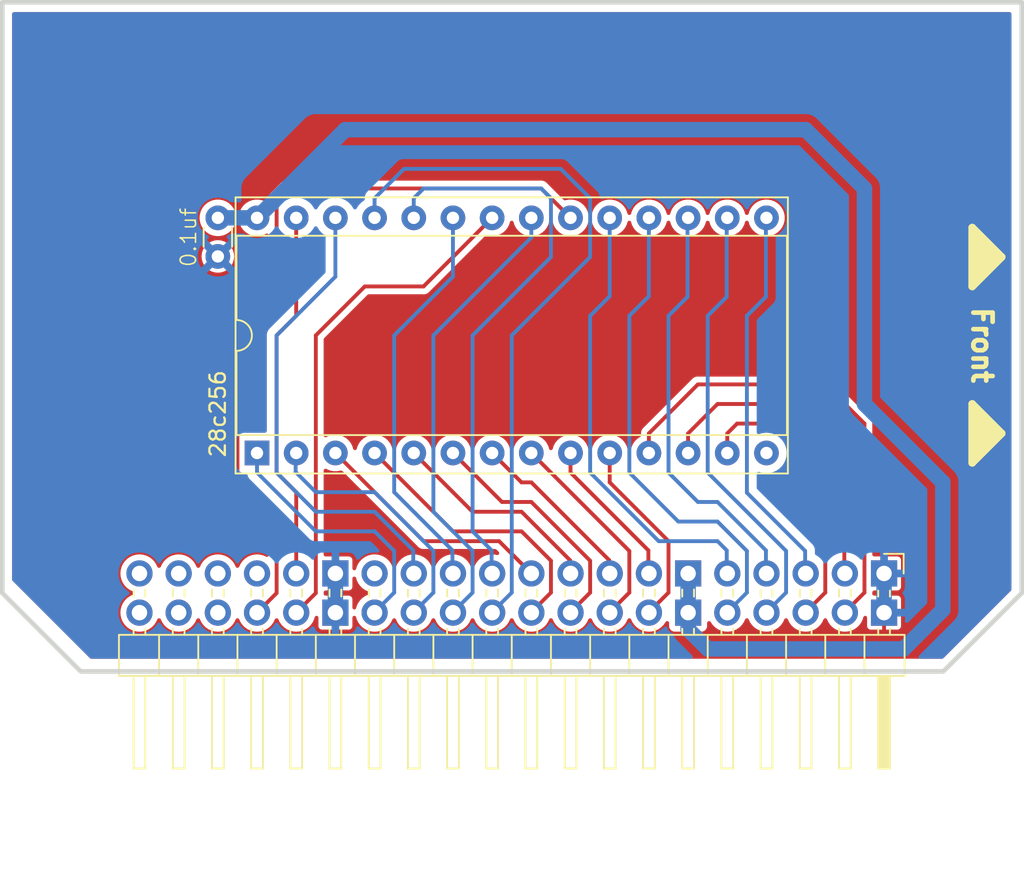
<source format=kicad_pcb>
(kicad_pcb (version 20221018) (generator pcbnew)
  (layers (0 "F.Cu" signal) (31 "B.Cu" signal) (34 "B.Paste" user) (35 "F.Paste" user) (36 "B.SilkS" user "B.Silkscreen") (37 "F.SilkS" user "F.Silkscreen") (38 "B.Mask" user) (39 "F.Mask" user) (44 "Edge.Cuts" user))
  (net 0 "")
  (net 1 "GND")
  (net 2 "+5")
  (footprint "Package_DIP:DIP-28_W15.24mm_Socket" (layer "F.Cu") (at 384.17246 294.64 90)
    (fp_text reference "28c256" (at 2.54 -2.54 90) (layer "F.SilkS"))
    (fp_text value "DIP-28_W15.24mm_Socket")
    (fp_line (start -1.33 -1.39) (end -1.33 34.41) (stroke (width 0.12)) (layer "F.SilkS"))
    (fp_line (start -1.33 34.41) (end 16.57 34.41) (stroke (width 0.12)) (layer "F.SilkS"))
    (fp_line (start 1.16 -1.33) (end 1.16 34.35) (stroke (width 0.12)) (layer "F.SilkS"))
    (fp_line (start 1.16 34.35) (end 14.08 34.35) (stroke (width 0.12)) (layer "F.SilkS"))
    (fp_line (start 6.62 -1.33) (end 1.16 -1.33) (stroke (width 0.12)) (layer "F.SilkS"))
    (fp_line (start 14.08 -1.33) (end 8.62 -1.33) (stroke (width 0.12)) (layer "F.SilkS"))
    (fp_line (start 14.08 34.35) (end 14.08 -1.33) (stroke (width 0.12)) (layer "F.SilkS"))
    (fp_line (start 16.57 -1.39) (end -1.33 -1.39) (stroke (width 0.12)) (layer "F.SilkS"))
    (fp_line (start 16.57 34.41) (end 16.57 -1.39) (stroke (width 0.12)) (layer "F.SilkS"))
    (fp_arc (start 8.62 -1.33) (mid 7.62 -0.33) (end 6.62 -1.33) (stroke (width 0.12)) (layer "F.SilkS"))
    (pad "1" thru_hole rect (at 0 0 90) (size 1.6 1.6) (drill 0.8) (layers "*.Cu" "*.Mask"))
    (pad "2" thru_hole oval (at 0 2.54 90) (size 1.6 1.6) (drill 0.8) (layers "*.Cu" "*.Mask"))
    (pad "3" thru_hole oval (at 0 5.08 90) (size 1.6 1.6) (drill 0.8) (layers "*.Cu" "*.Mask"))
    (pad "4" thru_hole oval (at 0 7.62 90) (size 1.6 1.6) (drill 0.8) (layers "*.Cu" "*.Mask"))
    (pad "5" thru_hole oval (at 0 10.16 90) (size 1.6 1.6) (drill 0.8) (layers "*.Cu" "*.Mask"))
    (pad "6" thru_hole oval (at 0 12.7 90) (size 1.6 1.6) (drill 0.8) (layers "*.Cu" "*.Mask"))
    (pad "7" thru_hole oval (at 0 15.24 90) (size 1.6 1.6) (drill 0.8) (layers "*.Cu" "*.Mask"))
    (pad "8" thru_hole oval (at 0 17.78 90) (size 1.6 1.6) (drill 0.8) (layers "*.Cu" "*.Mask"))
    (pad "9" thru_hole oval (at 0 20.32 90) (size 1.6 1.6) (drill 0.8) (layers "*.Cu" "*.Mask"))
    (pad "10" thru_hole oval (at 0 22.86 90) (size 1.6 1.6) (drill 0.8) (layers "*.Cu" "*.Mask"))
    (pad "11" thru_hole oval (at 0 25.4 90) (size 1.6 1.6) (drill 0.8) (layers "*.Cu" "*.Mask"))
    (pad "12" thru_hole oval (at 0 27.94 90) (size 1.6 1.6) (drill 0.8) (layers "*.Cu" "*.Mask"))
    (pad "13" thru_hole oval (at 0 30.48 90) (size 1.6 1.6) (drill 0.8) (layers "*.Cu" "*.Mask"))
    (pad "14" thru_hole oval (at 0 33.02 90) (size 1.6 1.6) (drill 0.8) (layers "*.Cu" "*.Mask"))
    (pad "15" thru_hole oval (at 15.24 33.02 90) (size 1.6 1.6) (drill 0.8) (layers "*.Cu" "*.Mask"))
    (pad "16" thru_hole oval (at 15.24 30.48 90) (size 1.6 1.6) (drill 0.8) (layers "*.Cu" "*.Mask"))
    (pad "17" thru_hole oval (at 15.24 27.94 90) (size 1.6 1.6) (drill 0.8) (layers "*.Cu" "*.Mask"))
    (pad "18" thru_hole oval (at 15.24 25.4 90) (size 1.6 1.6) (drill 0.8) (layers "*.Cu" "*.Mask"))
    (pad "19" thru_hole oval (at 15.24 22.86 90) (size 1.6 1.6) (drill 0.8) (layers "*.Cu" "*.Mask"))
    (pad "20" thru_hole oval (at 15.24 20.32 90) (size 1.6 1.6) (drill 0.8) (layers "*.Cu" "*.Mask"))
    (pad "21" thru_hole oval (at 15.24 17.78 90) (size 1.6 1.6) (drill 0.8) (layers "*.Cu" "*.Mask"))
    (pad "22" thru_hole oval (at 15.24 15.24 90) (size 1.6 1.6) (drill 0.8) (layers "*.Cu" "*.Mask"))
    (pad "23" thru_hole oval (at 15.24 12.7 90) (size 1.6 1.6) (drill 0.8) (layers "*.Cu" "*.Mask"))
    (pad "24" thru_hole oval (at 15.24 10.16 90) (size 1.6 1.6) (drill 0.8) (layers "*.Cu" "*.Mask"))
    (pad "25" thru_hole oval (at 15.24 7.62 90) (size 1.6 1.6) (drill 0.8) (layers "*.Cu" "*.Mask"))
    (pad "26" thru_hole oval (at 15.24 5.08 90) (size 1.6 1.6) (drill 0.8) (layers "*.Cu" "*.Mask"))
    (pad "27" thru_hole oval (at 15.24 2.54 90) (size 1.6 1.6) (drill 0.8) (layers "*.Cu" "*.Mask"))
    (pad "28" thru_hole oval (at 15.24 0 90) (size 1.6 1.6) (drill 0.8) (layers "*.Cu" "*.Mask") (net 2 "+5"))
  )
  (footprint "Connector_PinHeader_2.54mm:PinHeader_2x20_P2.54mm_Horizontal" (layer "F.Cu") (at 424.815 302.44796 -90)
    (fp_text reference "20pin conn." hide)
    (fp_text value "PinHeader_2x20_P2.54mm_Horizontal")
    (fp_line (start -1.27 -1.27) (end 0 -1.27) (stroke (width 0.12)) (layer "F.SilkS"))
    (fp_line (start -1.27 0) (end -1.27 -1.27) (stroke (width 0.12)) (layer "F.SilkS"))
    (fp_line (start 1.042929 2.16) (end 1.497071 2.16) (stroke (width 0.12)) (layer "F.SilkS"))
    (fp_line (start 1.042929 2.92) (end 1.497071 2.92) (stroke (width 0.12)) (layer "F.SilkS"))
    (fp_line (start 1.042929 4.7) (end 1.497071 4.7) (stroke (width 0.12)) (layer "F.SilkS"))
    (fp_line (start 1.042929 5.46) (end 1.497071 5.46) (stroke (width 0.12)) (layer "F.SilkS"))
    (fp_line (start 1.042929 7.24) (end 1.497071 7.24) (stroke (width 0.12)) (layer "F.SilkS"))
    (fp_line (start 1.042929 8) (end 1.497071 8) (stroke (width 0.12)) (layer "F.SilkS"))
    (fp_line (start 1.042929 9.78) (end 1.497071 9.78) (stroke (width 0.12)) (layer "F.SilkS"))
    (fp_line (start 1.042929 10.54) (end 1.497071 10.54) (stroke (width 0.12)) (layer "F.SilkS"))
    (fp_line (start 1.042929 12.32) (end 1.497071 12.32) (stroke (width 0.12)) (layer "F.SilkS"))
    (fp_line (start 1.042929 13.08) (end 1.497071 13.08) (stroke (width 0.12)) (layer "F.SilkS"))
    (fp_line (start 1.042929 14.86) (end 1.497071 14.86) (stroke (width 0.12)) (layer "F.SilkS"))
    (fp_line (start 1.042929 15.62) (end 1.497071 15.62) (stroke (width 0.12)) (layer "F.SilkS"))
    (fp_line (start 1.042929 17.4) (end 1.497071 17.4) (stroke (width 0.12)) (layer "F.SilkS"))
    (fp_line (start 1.042929 18.16) (end 1.497071 18.16) (stroke (width 0.12)) (layer "F.SilkS"))
    (fp_line (start 1.042929 19.94) (end 1.497071 19.94) (stroke (width 0.12)) (layer "F.SilkS"))
    (fp_line (start 1.042929 20.7) (end 1.497071 20.7) (stroke (width 0.12)) (layer "F.SilkS"))
    (fp_line (start 1.042929 22.48) (end 1.497071 22.48) (stroke (width 0.12)) (layer "F.SilkS"))
    (fp_line (start 1.042929 23.24) (end 1.497071 23.24) (stroke (width 0.12)) (layer "F.SilkS"))
    (fp_line (start 1.042929 25.02) (end 1.497071 25.02) (stroke (width 0.12)) (layer "F.SilkS"))
    (fp_line (start 1.042929 25.78) (end 1.497071 25.78) (stroke (width 0.12)) (layer "F.SilkS"))
    (fp_line (start 1.042929 27.56) (end 1.497071 27.56) (stroke (width 0.12)) (layer "F.SilkS"))
    (fp_line (start 1.042929 28.32) (end 1.497071 28.32) (stroke (width 0.12)) (layer "F.SilkS"))
    (fp_line (start 1.042929 30.1) (end 1.497071 30.1) (stroke (width 0.12)) (layer "F.SilkS"))
    (fp_line (start 1.042929 30.86) (end 1.497071 30.86) (stroke (width 0.12)) (layer "F.SilkS"))
    (fp_line (start 1.042929 32.64) (end 1.497071 32.64) (stroke (width 0.12)) (layer "F.SilkS"))
    (fp_line (start 1.042929 33.4) (end 1.497071 33.4) (stroke (width 0.12)) (layer "F.SilkS"))
    (fp_line (start 1.042929 35.18) (end 1.497071 35.18) (stroke (width 0.12)) (layer "F.SilkS"))
    (fp_line (start 1.042929 35.94) (end 1.497071 35.94) (stroke (width 0.12)) (layer "F.SilkS"))
    (fp_line (start 1.042929 37.72) (end 1.497071 37.72) (stroke (width 0.12)) (layer "F.SilkS"))
    (fp_line (start 1.042929 38.48) (end 1.497071 38.48) (stroke (width 0.12)) (layer "F.SilkS"))
    (fp_line (start 1.042929 40.26) (end 1.497071 40.26) (stroke (width 0.12)) (layer "F.SilkS"))
    (fp_line (start 1.042929 41.02) (end 1.497071 41.02) (stroke (width 0.12)) (layer "F.SilkS"))
    (fp_line (start 1.042929 42.8) (end 1.497071 42.8) (stroke (width 0.12)) (layer "F.SilkS"))
    (fp_line (start 1.042929 43.56) (end 1.497071 43.56) (stroke (width 0.12)) (layer "F.SilkS"))
    (fp_line (start 1.042929 45.34) (end 1.497071 45.34) (stroke (width 0.12)) (layer "F.SilkS"))
    (fp_line (start 1.042929 46.1) (end 1.497071 46.1) (stroke (width 0.12)) (layer "F.SilkS"))
    (fp_line (start 1.042929 47.88) (end 1.497071 47.88) (stroke (width 0.12)) (layer "F.SilkS"))
    (fp_line (start 1.042929 48.64) (end 1.497071 48.64) (stroke (width 0.12)) (layer "F.SilkS"))
    (fp_line (start 1.11 -0.38) (end 1.497071 -0.38) (stroke (width 0.12)) (layer "F.SilkS"))
    (fp_line (start 1.11 0.38) (end 1.497071 0.38) (stroke (width 0.12)) (layer "F.SilkS"))
    (fp_line (start 3.582929 -0.38) (end 3.98 -0.38) (stroke (width 0.12)) (layer "F.SilkS"))
    (fp_line (start 3.582929 0.38) (end 3.98 0.38) (stroke (width 0.12)) (layer "F.SilkS"))
    (fp_line (start 3.582929 2.16) (end 3.98 2.16) (stroke (width 0.12)) (layer "F.SilkS"))
    (fp_line (start 3.582929 2.92) (end 3.98 2.92) (stroke (width 0.12)) (layer "F.SilkS"))
    (fp_line (start 3.582929 4.7) (end 3.98 4.7) (stroke (width 0.12)) (layer "F.SilkS"))
    (fp_line (start 3.582929 5.46) (end 3.98 5.46) (stroke (width 0.12)) (layer "F.SilkS"))
    (fp_line (start 3.582929 7.24) (end 3.98 7.24) (stroke (width 0.12)) (layer "F.SilkS"))
    (fp_line (start 3.582929 8) (end 3.98 8) (stroke (width 0.12)) (layer "F.SilkS"))
    (fp_line (start 3.582929 9.78) (end 3.98 9.78) (stroke (width 0.12)) (layer "F.SilkS"))
    (fp_line (start 3.582929 10.54) (end 3.98 10.54) (stroke (width 0.12)) (layer "F.SilkS"))
    (fp_line (start 3.582929 12.32) (end 3.98 12.32) (stroke (width 0.12)) (layer "F.SilkS"))
    (fp_line (start 3.582929 13.08) (end 3.98 13.08) (stroke (width 0.12)) (layer "F.SilkS"))
    (fp_line (start 3.582929 14.86) (end 3.98 14.86) (stroke (width 0.12)) (layer "F.SilkS"))
    (fp_line (start 3.582929 15.62) (end 3.98 15.62) (stroke (width 0.12)) (layer "F.SilkS"))
    (fp_line (start 3.582929 17.4) (end 3.98 17.4) (stroke (width 0.12)) (layer "F.SilkS"))
    (fp_line (start 3.582929 18.16) (end 3.98 18.16) (stroke (width 0.12)) (layer "F.SilkS"))
    (fp_line (start 3.582929 19.94) (end 3.98 19.94) (stroke (width 0.12)) (layer "F.SilkS"))
    (fp_line (start 3.582929 20.7) (end 3.98 20.7) (stroke (width 0.12)) (layer "F.SilkS"))
    (fp_line (start 3.582929 22.48) (end 3.98 22.48) (stroke (width 0.12)) (layer "F.SilkS"))
    (fp_line (start 3.582929 23.24) (end 3.98 23.24) (stroke (width 0.12)) (layer "F.SilkS"))
    (fp_line (start 3.582929 25.02) (end 3.98 25.02) (stroke (width 0.12)) (layer "F.SilkS"))
    (fp_line (start 3.582929 25.78) (end 3.98 25.78) (stroke (width 0.12)) (layer "F.SilkS"))
    (fp_line (start 3.582929 27.56) (end 3.98 27.56) (stroke (width 0.12)) (layer "F.SilkS"))
    (fp_line (start 3.582929 28.32) (end 3.98 28.32) (stroke (width 0.12)) (layer "F.SilkS"))
    (fp_line (start 3.582929 30.1) (end 3.98 30.1) (stroke (width 0.12)) (layer "F.SilkS"))
    (fp_line (start 3.582929 30.86) (end 3.98 30.86) (stroke (width 0.12)) (layer "F.SilkS"))
    (fp_line (start 3.582929 32.64) (end 3.98 32.64) (stroke (width 0.12)) (layer "F.SilkS"))
    (fp_line (start 3.582929 33.4) (end 3.98 33.4) (stroke (width 0.12)) (layer "F.SilkS"))
    (fp_line (start 3.582929 35.18) (end 3.98 35.18) (stroke (width 0.12)) (layer "F.SilkS"))
    (fp_line (start 3.582929 35.94) (end 3.98 35.94) (stroke (width 0.12)) (layer "F.SilkS"))
    (fp_line (start 3.582929 37.72) (end 3.98 37.72) (stroke (width 0.12)) (layer "F.SilkS"))
    (fp_line (start 3.582929 38.48) (end 3.98 38.48) (stroke (width 0.12)) (layer "F.SilkS"))
    (fp_line (start 3.582929 40.26) (end 3.98 40.26) (stroke (width 0.12)) (layer "F.SilkS"))
    (fp_line (start 3.582929 41.02) (end 3.98 41.02) (stroke (width 0.12)) (layer "F.SilkS"))
    (fp_line (start 3.582929 42.8) (end 3.98 42.8) (stroke (width 0.12)) (layer "F.SilkS"))
    (fp_line (start 3.582929 43.56) (end 3.98 43.56) (stroke (width 0.12)) (layer "F.SilkS"))
    (fp_line (start 3.582929 45.34) (end 3.98 45.34) (stroke (width 0.12)) (layer "F.SilkS"))
    (fp_line (start 3.582929 46.1) (end 3.98 46.1) (stroke (width 0.12)) (layer "F.SilkS"))
    (fp_line (start 3.582929 47.88) (end 3.98 47.88) (stroke (width 0.12)) (layer "F.SilkS"))
    (fp_line (start 3.582929 48.64) (end 3.98 48.64) (stroke (width 0.12)) (layer "F.SilkS"))
    (fp_line (start 3.98 -1.33) (end 3.98 49.59) (stroke (width 0.12)) (layer "F.SilkS"))
    (fp_line (start 3.98 1.27) (end 6.64 1.27) (stroke (width 0.12)) (layer "F.SilkS"))
    (fp_line (start 3.98 3.81) (end 6.64 3.81) (stroke (width 0.12)) (layer "F.SilkS"))
    (fp_line (start 3.98 6.35) (end 6.64 6.35) (stroke (width 0.12)) (layer "F.SilkS"))
    (fp_line (start 3.98 8.89) (end 6.64 8.89) (stroke (width 0.12)) (layer "F.SilkS"))
    (fp_line (start 3.98 11.43) (end 6.64 11.43) (stroke (width 0.12)) (layer "F.SilkS"))
    (fp_line (start 3.98 13.97) (end 6.64 13.97) (stroke (width 0.12)) (layer "F.SilkS"))
    (fp_line (start 3.98 16.51) (end 6.64 16.51) (stroke (width 0.12)) (layer "F.SilkS"))
    (fp_line (start 3.98 19.05) (end 6.64 19.05) (stroke (width 0.12)) (layer "F.SilkS"))
    (fp_line (start 3.98 21.59) (end 6.64 21.59) (stroke (width 0.12)) (layer "F.SilkS"))
    (fp_line (start 3.98 24.13) (end 6.64 24.13) (stroke (width 0.12)) (layer "F.SilkS"))
    (fp_line (start 3.98 26.67) (end 6.64 26.67) (stroke (width 0.12)) (layer "F.SilkS"))
    (fp_line (start 3.98 29.21) (end 6.64 29.21) (stroke (width 0.12)) (layer "F.SilkS"))
    (fp_line (start 3.98 31.75) (end 6.64 31.75) (stroke (width 0.12)) (layer "F.SilkS"))
    (fp_line (start 3.98 34.29) (end 6.64 34.29) (stroke (width 0.12)) (layer "F.SilkS"))
    (fp_line (start 3.98 36.83) (end 6.64 36.83) (stroke (width 0.12)) (layer "F.SilkS"))
    (fp_line (start 3.98 39.37) (end 6.64 39.37) (stroke (width 0.12)) (layer "F.SilkS"))
    (fp_line (start 3.98 41.91) (end 6.64 41.91) (stroke (width 0.12)) (layer "F.SilkS"))
    (fp_line (start 3.98 44.45) (end 6.64 44.45) (stroke (width 0.12)) (layer "F.SilkS"))
    (fp_line (start 3.98 46.99) (end 6.64 46.99) (stroke (width 0.12)) (layer "F.SilkS"))
    (fp_line (start 3.98 49.59) (end 6.64 49.59) (stroke (width 0.12)) (layer "F.SilkS"))
    (fp_line (start 6.64 -1.33) (end 3.98 -1.33) (stroke (width 0.12)) (layer "F.SilkS"))
    (fp_line (start 6.64 -0.38) (end 12.64 -0.38) (stroke (width 0.12)) (layer "F.SilkS"))
    (fp_line (start 6.64 -0.32) (end 12.64 -0.32) (stroke (width 0.12)) (layer "F.SilkS"))
    (fp_line (start 6.64 -0.2) (end 12.64 -0.2) (stroke (width 0.12)) (layer "F.SilkS"))
    (fp_line (start 6.64 -0.08) (end 12.64 -0.08) (stroke (width 0.12)) (layer "F.SilkS"))
    (fp_line (start 6.64 0.04) (end 12.64 0.04) (stroke (width 0.12)) (layer "F.SilkS"))
    (fp_line (start 6.64 0.16) (end 12.64 0.16) (stroke (width 0.12)) (layer "F.SilkS"))
    (fp_line (start 6.64 0.28) (end 12.64 0.28) (stroke (width 0.12)) (layer "F.SilkS"))
    (fp_line (start 6.64 2.16) (end 12.64 2.16) (stroke (width 0.12)) (layer "F.SilkS"))
    (fp_line (start 6.64 4.7) (end 12.64 4.7) (stroke (width 0.12)) (layer "F.SilkS"))
    (fp_line (start 6.64 7.24) (end 12.64 7.24) (stroke (width 0.12)) (layer "F.SilkS"))
    (fp_line (start 6.64 9.78) (end 12.64 9.78) (stroke (width 0.12)) (layer "F.SilkS"))
    (fp_line (start 6.64 12.32) (end 12.64 12.32) (stroke (width 0.12)) (layer "F.SilkS"))
    (fp_line (start 6.64 14.86) (end 12.64 14.86) (stroke (width 0.12)) (layer "F.SilkS"))
    (fp_line (start 6.64 17.4) (end 12.64 17.4) (stroke (width 0.12)) (layer "F.SilkS"))
    (fp_line (start 6.64 19.94) (end 12.64 19.94) (stroke (width 0.12)) (layer "F.SilkS"))
    (fp_line (start 6.64 22.48) (end 12.64 22.48) (stroke (width 0.12)) (layer "F.SilkS"))
    (fp_line (start 6.64 25.02) (end 12.64 25.02) (stroke (width 0.12)) (layer "F.SilkS"))
    (fp_line (start 6.64 27.56) (end 12.64 27.56) (stroke (width 0.12)) (layer "F.SilkS"))
    (fp_line (start 6.64 30.1) (end 12.64 30.1) (stroke (width 0.12)) (layer "F.SilkS"))
    (fp_line (start 6.64 32.64) (end 12.64 32.64) (stroke (width 0.12)) (layer "F.SilkS"))
    (fp_line (start 6.64 35.18) (end 12.64 35.18) (stroke (width 0.12)) (layer "F.SilkS"))
    (fp_line (start 6.64 37.72) (end 12.64 37.72) (stroke (width 0.12)) (layer "F.SilkS"))
    (fp_line (start 6.64 40.26) (end 12.64 40.26) (stroke (width 0.12)) (layer "F.SilkS"))
    (fp_line (start 6.64 42.8) (end 12.64 42.8) (stroke (width 0.12)) (layer "F.SilkS"))
    (fp_line (start 6.64 45.34) (end 12.64 45.34) (stroke (width 0.12)) (layer "F.SilkS"))
    (fp_line (start 6.64 47.88) (end 12.64 47.88) (stroke (width 0.12)) (layer "F.SilkS"))
    (fp_line (start 6.64 49.59) (end 6.64 -1.33) (stroke (width 0.12)) (layer "F.SilkS"))
    (fp_line (start 12.64 -0.38) (end 12.64 0.38) (stroke (width 0.12)) (layer "F.SilkS"))
    (fp_line (start 12.64 0.38) (end 6.64 0.38) (stroke (width 0.12)) (layer "F.SilkS"))
    (fp_line (start 12.64 2.16) (end 12.64 2.92) (stroke (width 0.12)) (layer "F.SilkS"))
    (fp_line (start 12.64 2.92) (end 6.64 2.92) (stroke (width 0.12)) (layer "F.SilkS"))
    (fp_line (start 12.64 4.7) (end 12.64 5.46) (stroke (width 0.12)) (layer "F.SilkS"))
    (fp_line (start 12.64 5.46) (end 6.64 5.46) (stroke (width 0.12)) (layer "F.SilkS"))
    (fp_line (start 12.64 7.24) (end 12.64 8) (stroke (width 0.12)) (layer "F.SilkS"))
    (fp_line (start 12.64 8) (end 6.64 8) (stroke (width 0.12)) (layer "F.SilkS"))
    (fp_line (start 12.64 9.78) (end 12.64 10.54) (stroke (width 0.12)) (layer "F.SilkS"))
    (fp_line (start 12.64 10.54) (end 6.64 10.54) (stroke (width 0.12)) (layer "F.SilkS"))
    (fp_line (start 12.64 12.32) (end 12.64 13.08) (stroke (width 0.12)) (layer "F.SilkS"))
    (fp_line (start 12.64 13.08) (end 6.64 13.08) (stroke (width 0.12)) (layer "F.SilkS"))
    (fp_line (start 12.64 14.86) (end 12.64 15.62) (stroke (width 0.12)) (layer "F.SilkS"))
    (fp_line (start 12.64 15.62) (end 6.64 15.62) (stroke (width 0.12)) (layer "F.SilkS"))
    (fp_line (start 12.64 17.4) (end 12.64 18.16) (stroke (width 0.12)) (layer "F.SilkS"))
    (fp_line (start 12.64 18.16) (end 6.64 18.16) (stroke (width 0.12)) (layer "F.SilkS"))
    (fp_line (start 12.64 19.94) (end 12.64 20.7) (stroke (width 0.12)) (layer "F.SilkS"))
    (fp_line (start 12.64 20.7) (end 6.64 20.7) (stroke (width 0.12)) (layer "F.SilkS"))
    (fp_line (start 12.64 22.48) (end 12.64 23.24) (stroke (width 0.12)) (layer "F.SilkS"))
    (fp_line (start 12.64 23.24) (end 6.64 23.24) (stroke (width 0.12)) (layer "F.SilkS"))
    (fp_line (start 12.64 25.02) (end 12.64 25.78) (stroke (width 0.12)) (layer "F.SilkS"))
    (fp_line (start 12.64 25.78) (end 6.64 25.78) (stroke (width 0.12)) (layer "F.SilkS"))
    (fp_line (start 12.64 27.56) (end 12.64 28.32) (stroke (width 0.12)) (layer "F.SilkS"))
    (fp_line (start 12.64 28.32) (end 6.64 28.32) (stroke (width 0.12)) (layer "F.SilkS"))
    (fp_line (start 12.64 30.1) (end 12.64 30.86) (stroke (width 0.12)) (layer "F.SilkS"))
    (fp_line (start 12.64 30.86) (end 6.64 30.86) (stroke (width 0.12)) (layer "F.SilkS"))
    (fp_line (start 12.64 32.64) (end 12.64 33.4) (stroke (width 0.12)) (layer "F.SilkS"))
    (fp_line (start 12.64 33.4) (end 6.64 33.4) (stroke (width 0.12)) (layer "F.SilkS"))
    (fp_line (start 12.64 35.18) (end 12.64 35.94) (stroke (width 0.12)) (layer "F.SilkS"))
    (fp_line (start 12.64 35.94) (end 6.64 35.94) (stroke (width 0.12)) (layer "F.SilkS"))
    (fp_line (start 12.64 37.72) (end 12.64 38.48) (stroke (width 0.12)) (layer "F.SilkS"))
    (fp_line (start 12.64 38.48) (end 6.64 38.48) (stroke (width 0.12)) (layer "F.SilkS"))
    (fp_line (start 12.64 40.26) (end 12.64 41.02) (stroke (width 0.12)) (layer "F.SilkS"))
    (fp_line (start 12.64 41.02) (end 6.64 41.02) (stroke (width 0.12)) (layer "F.SilkS"))
    (fp_line (start 12.64 42.8) (end 12.64 43.56) (stroke (width 0.12)) (layer "F.SilkS"))
    (fp_line (start 12.64 43.56) (end 6.64 43.56) (stroke (width 0.12)) (layer "F.SilkS"))
    (fp_line (start 12.64 45.34) (end 12.64 46.1) (stroke (width 0.12)) (layer "F.SilkS"))
    (fp_line (start 12.64 46.1) (end 6.64 46.1) (stroke (width 0.12)) (layer "F.SilkS"))
    (fp_line (start 12.64 47.88) (end 12.64 48.64) (stroke (width 0.12)) (layer "F.SilkS"))
    (fp_line (start 12.64 48.64) (end 6.64 48.64) (stroke (width 0.12)) (layer "F.SilkS"))
    (pad "1" thru_hole rect locked (at 0 0 270) (size 1.7 1.7) (drill 1) (layers "*.Cu" "*.Mask") (net 1 "GND"))
    (pad "2" thru_hole rect locked (at 2.54 0 270) (size 1.7 1.7) (drill 1) (layers "*.Cu" "*.Mask") (net 1 "GND"))
    (pad "3" thru_hole oval locked (at 0 2.54 270) (size 1.7 1.7) (drill 1) (layers "*.Cu" "*.Mask"))
    (pad "4" thru_hole oval locked (at 2.54 2.54 270) (size 1.7 1.7) (drill 1) (layers "*.Cu" "*.Mask"))
    (pad "5" thru_hole oval locked (at 0 5.08 270) (size 1.7 1.7) (drill 1) (layers "*.Cu" "*.Mask"))
    (pad "6" thru_hole oval locked (at 2.54 5.08 270) (size 1.7 1.7) (drill 1) (layers "*.Cu" "*.Mask"))
    (pad "7" thru_hole oval locked (at 0 7.62 270) (size 1.7 1.7) (drill 1) (layers "*.Cu" "*.Mask"))
    (pad "8" thru_hole oval locked (at 2.54 7.62 270) (size 1.7 1.7) (drill 1) (layers "*.Cu" "*.Mask"))
    (pad "9" thru_hole oval locked (at 0 10.16 270) (size 1.7 1.7) (drill 1) (layers "*.Cu" "*.Mask"))
    (pad "10" thru_hole oval locked (at 2.54 10.16 270) (size 1.7 1.7) (drill 1) (layers "*.Cu" "*.Mask"))
    (pad "11" thru_hole rect locked (at 0 12.7 270) (size 1.7 1.7) (drill 1) (layers "*.Cu" "*.Mask") (net 2 "+5"))
    (pad "12" thru_hole rect locked (at 2.54 12.7 270) (size 1.7 1.7) (drill 1) (layers "*.Cu" "*.Mask") (net 2 "+5"))
    (pad "13" thru_hole oval locked (at 0 15.24 270) (size 1.7 1.7) (drill 1) (layers "*.Cu" "*.Mask"))
    (pad "14" thru_hole oval locked (at 2.54 15.24 270) (size 1.7 1.7) (drill 1) (layers "*.Cu" "*.Mask"))
    (pad "15" thru_hole oval locked (at 0 17.78 270) (size 1.7 1.7) (drill 1) (layers "*.Cu" "*.Mask"))
    (pad "16" thru_hole oval locked (at 2.54 17.78 270) (size 1.7 1.7) (drill 1) (layers "*.Cu" "*.Mask"))
    (pad "17" thru_hole oval locked (at 0 20.32 270) (size 1.7 1.7) (drill 1) (layers "*.Cu" "*.Mask"))
    (pad "18" thru_hole oval locked (at 2.54 20.32 270) (size 1.7 1.7) (drill 1) (layers "*.Cu" "*.Mask"))
    (pad "19" thru_hole oval locked (at 0 22.86 270) (size 1.7 1.7) (drill 1) (layers "*.Cu" "*.Mask"))
    (pad "20" thru_hole oval locked (at 2.54 22.86 270) (size 1.7 1.7) (drill 1) (layers "*.Cu" "*.Mask"))
    (pad "21" thru_hole oval locked (at 0 25.4 270) (size 1.7 1.7) (drill 1) (layers "*.Cu" "*.Mask"))
    (pad "22" thru_hole oval locked (at 2.54 25.4 270) (size 1.7 1.7) (drill 1) (layers "*.Cu" "*.Mask"))
    (pad "23" thru_hole oval locked (at 0 27.94 270) (size 1.7 1.7) (drill 1) (layers "*.Cu" "*.Mask"))
    (pad "24" thru_hole oval locked (at 2.54 27.94 270) (size 1.7 1.7) (drill 1) (layers "*.Cu" "*.Mask"))
    (pad "25" thru_hole oval locked (at 0 30.48 270) (size 1.7 1.7) (drill 1) (layers "*.Cu" "*.Mask"))
    (pad "26" thru_hole oval locked (at 2.54 30.48 270) (size 1.7 1.7) (drill 1) (layers "*.Cu" "*.Mask"))
    (pad "27" thru_hole oval locked (at 0 33.02 270) (size 1.7 1.7) (drill 1) (layers "*.Cu" "*.Mask"))
    (pad "28" thru_hole oval locked (at 2.54 33.02 270) (size 1.7 1.7) (drill 1) (layers "*.Cu" "*.Mask"))
    (pad "29" thru_hole rect locked (at 0 35.56 270) (size 1.7 1.7) (drill 1) (layers "*.Cu" "*.Mask") (net 1 "GND"))
    (pad "30" thru_hole rect locked (at 2.54 35.56 270) (size 1.7 1.7) (drill 1) (layers "*.Cu" "*.Mask") (net 1 "GND"))
    (pad "31" thru_hole oval locked (at 0 38.1 270) (size 1.7 1.7) (drill 1) (layers "*.Cu" "*.Mask"))
    (pad "32" thru_hole oval locked (at 2.54 38.1 270) (size 1.7 1.7) (drill 1) (layers "*.Cu" "*.Mask"))
    (pad "33" thru_hole oval locked (at 0 40.64 270) (size 1.7 1.7) (drill 1) (layers "*.Cu" "*.Mask"))
    (pad "34" thru_hole oval locked (at 2.54 40.64 270) (size 1.7 1.7) (drill 1) (layers "*.Cu" "*.Mask"))
    (pad "35" thru_hole oval locked (at 0 43.18 270) (size 1.7 1.7) (drill 1) (layers "*.Cu" "*.Mask"))
    (pad "36" thru_hole oval locked (at 2.54 43.18 270) (size 1.7 1.7) (drill 1) (layers "*.Cu" "*.Mask"))
    (pad "37" thru_hole oval locked (at 0 45.72 270) (size 1.7 1.7) (drill 1) (layers "*.Cu" "*.Mask"))
    (pad "38" thru_hole oval locked (at 2.54 45.72 270) (size 1.7 1.7) (drill 1) (layers "*.Cu" "*.Mask"))
    (pad "39" thru_hole oval locked (at 0 48.26 270) (size 1.7 1.7) (drill 1) (layers "*.Cu" "*.Mask"))
    (pad "40" thru_hole oval locked (at 2.54 48.26 270) (size 1.7 1.7) (drill 1) (layers "*.Cu" "*.Mask"))
  )
  (footprint "Capacitor_THT:C_Disc_D3.0mm_W1.6mm_P2.50mm" (layer "F.Cu") (at 381.635 279.4 -90)
    (fp_text reference "0.1uf" (at 1.27 1.905 90) (layer "F.SilkS") (effects (font (thickness 0.1))))
    (fp_text value "C_Disc_D3.0mm_W1.6mm_P2.50mm")
    (fp_line (start 0.621 -0.92) (end 1.879 -0.92) (stroke (width 0.12)) (layer "F.SilkS"))
    (fp_line (start 0.621 0.92) (end 1.879 0.92) (stroke (width 0.12)) (layer "F.SilkS"))
    (pad "1" thru_hole circle (at 0 0 270) (size 1.6 1.6) (drill 0.8) (layers "*.Cu" "*.Mask") (net 2 "+5"))
    (pad "2" thru_hole circle (at 2.5 0 270) (size 1.6 1.6) (drill 0.8) (layers "*.Cu" "*.Mask") (net 1 "GND"))
  )
  (gr_line (start 430.53 283.845) (end 432.435 281.94) (stroke (width 0.5)) (layer "F.SilkS"))
  (gr_line (start 431.8 281.559) (end 431.8 282.321) (stroke (width 0.5)) (layer "F.SilkS"))
  (gr_line (start 432.054 281.813) (end 432.054 282.067) (stroke (width 0.5)) (layer "F.SilkS"))
  (gr_line (start 432.054 293.243) (end 432.054 293.497) (stroke (width 0.5)) (layer "F.SilkS"))
  (gr_line (start 431.8 292.989) (end 431.8 293.751) (stroke (width 0.5)) (layer "F.SilkS"))
  (gr_line (start 431.292 292.481) (end 431.292 294.259) (stroke (width 0.5)) (layer "F.SilkS"))
  (gr_line (start 431.546 292.735) (end 431.546 294.005) (stroke (width 0.5)) (layer "F.SilkS"))
  (gr_line (start 430.784 291.973) (end 430.784 294.767) (stroke (width 0.5)) (layer "F.SilkS"))
  (gr_line (start 431.038 292.227) (end 431.038 294.513) (stroke (width 0.5)) (layer "F.SilkS"))
  (gr_line (start 430.53 295.275) (end 432.435 293.37) (stroke (width 0.5)) (layer "F.SilkS"))
  (gr_line (start 430.53 291.465) (end 430.53 295.275) (stroke (width 0.5)) (layer "F.SilkS"))
  (gr_line (start 432.435 293.37) (end 430.53 291.465) (stroke (width 0.5)) (layer "F.SilkS"))
  (gr_line (start 431.546 281.305) (end 431.546 282.575) (stroke (width 0.5)) (layer "F.SilkS"))
  (gr_line (start 430.53 280.035) (end 430.53 283.845) (stroke (width 0.5)) (layer "F.SilkS"))
  (gr_line (start 431.038 280.797) (end 431.038 283.083) (stroke (width 0.5)) (layer "F.SilkS"))
  (gr_line (start 432.435 281.94) (end 430.53 280.035) (stroke (width 0.5)) (layer "F.SilkS"))
  (gr_line (start 431.292 281.051) (end 431.292 282.829) (stroke (width 0.5)) (layer "F.SilkS"))
  (gr_line (start 430.784 280.543) (end 430.784 283.337) (stroke (width 0.5)) (layer "F.SilkS"))
  (gr_line (start 433.74056 303.71796) (end 433.74056 265.43) (stroke (width 0.3)) (layer "Edge.Cuts"))
  (gr_line (start 367.665 303.71796) (end 367.665 265.43) (stroke (width 0.3)) (layer "Edge.Cuts"))
  (gr_line (start 428.66056 308.79796) (end 433.74056 303.71796) (stroke (width 0.3)) (layer "Edge.Cuts"))
  (gr_line (start 372.745 308.79796) (end 428.66056 308.79796) (stroke (width 0.3)) (layer "Edge.Cuts"))
  (gr_line (start 372.745 308.79796) (end 367.665 303.71796) (stroke (width 0.3)) (layer "Edge.Cuts"))
  (gr_line (start 367.665 265.43) (end 433.74056 265.43) (stroke (width 0.3)) (layer "Edge.Cuts"))
  (gr_text "Front" (at 431.165 287.655 -90) (layer "F.SilkS") (effects (font (size 1.25 1.25) (thickness 0.3))))
  (segment (start 400.05 297.815) (end 396.87246 294.63746) (width 0.25) (layer "F.Cu") (net 0))
  (segment (start 405.765 301.625) (end 401.955 297.815) (width 0.25) (layer "F.Cu") (net 0))
  (segment (start 387.985 287.02) (end 391.16 283.845) (width 0.25) (layer "F.Cu") (net 0))
  (segment (start 382.905 287.02) (end 385.445 284.48) (width 0.25) (layer "F.Cu") (net 0))
  (segment (start 421.005 303.68748) (end 421.005 294.005) (width 0.25) (layer "F.Cu") (net 0))
  (segment (start 406.99944 301.58944) (end 401.955 296.545) (width 0.25) (layer "F.Cu") (net 0))
  (segment (start 412.11246 293.37254) (end 412.11246 294.64) (width 0.25) (layer "F.Cu") (net 0))
  (segment (start 421.005 294.005) (end 419.735 292.735) (width 0.25) (layer "F.Cu") (net 0))
  (segment (start 410.845 303.68748) (end 410.845 300.355) (width 0.25) (layer "F.Cu") (net 0))
  (segment (start 402.58746 277.495) (end 404.49246 279.4) (width 0.25) (layer "F.Cu") (net 0))
  (segment (start 414.02 291.465) (end 412.11246 293.37254) (width 0.25) (layer "F.Cu") (net 0))
  (segment (start 401.32 299.72) (end 396.875 299.72) (width 0.25) (layer "F.Cu") (net 0))
  (segment (start 401.91944 302.4124) (end 399.86204 300.355) (width 0.25) (layer "F.Cu") (net 0))
  (segment (start 385.445 295.91) (end 385.445 287.02) (width 0.25) (layer "F.Cu") (net 0))
  (segment (start 422.23944 304.99304) (end 423.545 303.68748) (width 0.25) (layer "F.Cu") (net 0))
  (segment (start 385.445 284.48) (end 385.445 278.13) (width 0.25) (layer "F.Cu") (net 0))
  (segment (start 389.25246 294.63746) (end 389.2169 294.6019) (width 0.25) (layer "F.Cu") (net 0))
  (segment (start 406.99944 302.45304) (end 406.99944 301.58944) (width 0.25) (layer "F.Cu") (net 0))
  (segment (start 385.445 298.45) (end 382.905 295.91) (width 0.25) (layer "F.Cu") (net 0))
  (segment (start 414.65246 293.37254) (end 414.65246 294.64) (width 0.25) (layer "F.Cu") (net 0))
  (segment (start 382.905 295.91) (end 382.905 287.02) (width 0.25) (layer "F.Cu") (net 0))
  (segment (start 385.445 278.13) (end 386.08 277.495) (width 0.25) (layer "F.Cu") (net 0))
  (segment (start 385.445 303.71796) (end 385.445 298.45) (width 0.25) (layer "F.Cu") (net 0))
  (segment (start 401.31746 296.545) (end 399.41246 294.64) (width 0.25) (layer "F.Cu") (net 0))
  (segment (start 399.86204 300.355) (end 394.97 300.355) (width 0.25) (layer "F.Cu") (net 0))
  (segment (start 404.45944 301.58944) (end 401.32 298.45) (width 0.25) (layer "F.Cu") (net 0))
  (segment (start 404.45944 304.99304) (end 405.765 303.68748) (width 0.25) (layer "F.Cu") (net 0))
  (segment (start 405.765 303.68748) (end 405.765 301.625) (width 0.25) (layer "F.Cu") (net 0))
  (segment (start 423.545 292.735) (end 421.005 290.195) (width 0.25) (layer "F.Cu") (net 0))
  (segment (start 407.03246 296.54246) (end 407.03246 294.64) (width 0.25) (layer "F.Cu") (net 0))
  (segment (start 408.305 303.68748) (end 408.305 300.99254) (width 0.25) (layer "F.Cu") (net 0))
  (segment (start 423.545 303.68748) (end 423.545 292.735) (width 0.25) (layer "F.Cu") (net 0))
  (segment (start 406.99944 304.99304) (end 408.305 303.68748) (width 0.25) (layer "F.Cu") (net 0))
  (segment (start 419.735 292.735) (end 415.29 292.735) (width 0.25) (layer "F.Cu") (net 0))
  (segment (start 401.32 298.45) (end 398.14246 298.45) (width 0.25) (layer "F.Cu") (net 0))
  (segment (start 399.41246 294.64) (end 399.41246 294.00246) (width 0.25) (layer "F.Cu") (net 0))
  (segment (start 396.87246 294.63746) (end 396.8369 294.6019) (width 0.25) (layer "F.Cu") (net 0))
  (segment (start 385.445 287.02) (end 386.71246 285.75254) (width 0.25) (layer "F.Cu") (net 0))
  (segment (start 399.41246 294.00246) (end 399.3769 293.9669) (width 0.25) (layer "F.Cu") (net 0))
  (segment (start 391.79246 294.63746) (end 391.7569 294.6019) (width 0.25) (layer "F.Cu") (net 0))
  (segment (start 384.175 304.98796) (end 385.445 303.71796) (width 0.25) (layer "F.Cu") (net 0))
  (segment (start 401.955 296.545) (end 401.31746 296.545) (width 0.25) (layer "F.Cu") (net 0))
  (segment (start 420.37 291.465) (end 414.02 291.465) (width 0.25) (layer "F.Cu") (net 0))
  (segment (start 409.57246 293.37254) (end 409.57246 294.64) (width 0.25) (layer "F.Cu") (net 0))
  (segment (start 403.225 303.68748) (end 403.225 301.625) (width 0.25) (layer "F.Cu") (net 0))
  (segment (start 422.23944 293.33444) (end 420.37 291.465) (width 0.25) (layer "F.Cu") (net 0))
  (segment (start 401.91944 304.99304) (end 403.225 303.68748) (width 0.25) (layer "F.Cu") (net 0))
  (segment (start 409.53944 304.99304) (end 410.845 303.68748) (width 0.25) (layer "F.Cu") (net 0))
  (segment (start 386.715 302.44796) (end 386.715 297.18) (width 0.25) (layer "F.Cu") (net 0))
  (segment (start 386.71246 285.75254) (end 386.71246 279.4) (width 0.25) (layer "F.Cu") (net 0))
  (segment (start 403.225 301.625) (end 401.32 299.72) (width 0.25) (layer "F.Cu") (net 0))
  (segment (start 387.985 303.71796) (end 387.985 287.02) (width 0.25) (layer "F.Cu") (net 0))
  (segment (start 386.715 304.98796) (end 387.985 303.71796) (width 0.25) (layer "F.Cu") (net 0))
  (segment (start 398.14246 298.45) (end 394.33246 294.64) (width 0.25) (layer "F.Cu") (net 0))
  (segment (start 421.005 290.195) (end 412.75 290.195) (width 0.25) (layer "F.Cu") (net 0))
  (segment (start 422.23944 302.45304) (end 422.23944 293.33444) (width 0.25) (layer "F.Cu") (net 0))
  (segment (start 408.305 300.99254) (end 401.95246 294.64) (width 0.25) (layer "F.Cu") (net 0))
  (segment (start 409.53944 302.45304) (end 409.53944 300.95444) (width 0.25) (layer "F.Cu") (net 0))
  (segment (start 410.845 300.355) (end 407.03246 296.54246) (width 0.25) (layer "F.Cu") (net 0))
  (segment (start 401.91944 302.45304) (end 401.91944 302.4124) (width 0.25) (layer "F.Cu") (net 0))
  (segment (start 419.69944 304.99304) (end 421.005 303.68748) (width 0.25) (layer "F.Cu") (net 0))
  (segment (start 401.955 297.815) (end 400.05 297.815) (width 0.25) (layer "F.Cu") (net 0))
  (segment (start 396.875 299.72) (end 391.79246 294.63746) (width 0.25) (layer "F.Cu") (net 0))
  (segment (start 409.53944 300.95444) (end 404.49246 295.90746) (width 0.25) (layer "F.Cu") (net 0))
  (segment (start 394.96746 283.845) (end 399.41246 279.4) (width 0.25) (layer "F.Cu") (net 0))
  (segment (start 412.75 290.195) (end 409.57246 293.37254) (width 0.25) (layer "F.Cu") (net 0))
  (segment (start 394.33246 294.64) (end 394.335 294.64) (width 0.25) (layer "F.Cu") (net 0))
  (segment (start 386.715 297.18) (end 385.445 295.91) (width 0.25) (layer "F.Cu") (net 0))
  (segment (start 404.49246 295.90746) (end 404.49246 294.64) (width 0.25) (layer "F.Cu") (net 0))
  (segment (start 415.29 292.735) (end 414.65246 293.37254) (width 0.25) (layer "F.Cu") (net 0))
  (segment (start 386.08 277.495) (end 402.58746 277.495) (width 0.25) (layer "F.Cu") (net 0))
  (segment (start 391.16 283.845) (end 394.96746 283.845) (width 0.25) (layer "F.Cu") (net 0))
  (segment (start 394.97 300.355) (end 389.25246 294.63746) (width 0.25) (layer "F.Cu") (net 0))
  (segment (start 404.45944 302.45304) (end 404.45944 301.58944) (width 0.25) (layer "F.Cu") (net 0))
  (segment (start 414.02 300.355) (end 410.21 300.355) (width 0.25) (layer "B.Cu") (net 0))
  (segment (start 414.6169 284.5181) (end 414.6169 279.43556) (width 0.25) (layer "B.Cu") (net 0))
  (segment (start 394.29944 304.99304) (end 395.605 303.68748) (width 0.25) (layer "B.Cu") (net 0))
  (segment (start 411.48 299.085) (end 408.305 295.91) (width 0.25) (layer "B.Cu") (net 0))
  (segment (start 395.605 287.02) (end 401.95246 280.67254) (width 0.25) (layer "B.Cu") (net 0))
  (segment (start 394.29944 302.45304) (end 394.29944 300.95444) (width 0.25) (layer "B.Cu") (net 0))
  (segment (start 395.605 298.45) (end 395.605 287.02) (width 0.25) (layer "B.Cu") (net 0))
  (segment (start 402.59 277.495) (end 403.225 278.13) (width 0.25) (layer "B.Cu") (net 0))
  (segment (start 396.83944 302.45304) (end 396.83944 300.95444) (width 0.25) (layer "B.Cu") (net 0))
  (segment (start 393.065 297.18) (end 393.065 287.02) (width 0.25) (layer "B.Cu") (net 0))
  (segment (start 407.03246 284.48254) (end 407.03246 279.4) (width 0.25) (layer "B.Cu") (net 0))
  (segment (start 391.795 297.18) (end 387.985 297.18) (width 0.25) (layer "B.Cu") (net 0))
  (segment (start 403.86 276.225) (end 393.7 276.225) (width 0.25) (layer "B.Cu") (net 0))
  (segment (start 387.985 299.72) (end 384.17246 295.90746) (width 0.25) (layer "B.Cu") (net 0))
  (segment (start 386.6769 295.8719) (end 386.6769 294.6019) (width 0.25) (layer "B.Cu") (net 0))
  (segment (start 405.765 295.91) (end 405.765 285.75) (width 0.25) (layer "B.Cu") (net 0))
  (segment (start 405.765 278.13) (end 403.86 276.225) (width 0.25) (layer "B.Cu") (net 0))
  (segment (start 417.15944 300.95444) (end 414.02 297.815) (width 0.25) (layer "B.Cu") (net 0))
  (segment (start 387.985 297.18) (end 386.6769 295.8719) (width 0.25) (layer "B.Cu") (net 0))
  (segment (start 408.305 295.91) (end 408.305 285.75) (width 0.25) (layer "B.Cu") (net 0))
  (segment (start 410.21 300.355) (end 405.765 295.91) (width 0.25) (layer "B.Cu") (net 0))
  (segment (start 385.445 287.02) (end 389.25246 283.21254) (width 0.25) (layer "B.Cu") (net 0))
  (segment (start 410.845 285.75) (end 412.0769 284.5181) (width 0.25) (layer "B.Cu") (net 0))
  (segment (start 414.61944 302.45304) (end 414.61944 300.95444) (width 0.25) (layer "B.Cu") (net 0))
  (segment (start 396.87246 283.21254) (end 396.87246 279.4) (width 0.25) (layer "B.Cu") (net 0))
  (segment (start 394.97 277.495) (end 402.59 277.495) (width 0.25) (layer "B.Cu") (net 0))
  (segment (start 387.985 298.45) (end 385.445 295.91) (width 0.25) (layer "B.Cu") (net 0))
  (segment (start 394.33246 279.4) (end 394.33246 278.13254) (width 0.25) (layer "B.Cu") (net 0))
  (segment (start 398.145 300.99) (end 395.605 298.45) (width 0.25) (layer "B.Cu") (net 0))
  (segment (start 414.6169 279.43556) (end 414.65246 279.4) (width 0.25) (layer "B.Cu") (net 0))
  (segment (start 400.685 287.02) (end 405.765 281.94) (width 0.25) (layer "B.Cu") (net 0))
  (segment (start 405.765 285.75) (end 407.03246 284.48254) (width 0.25) (layer "B.Cu") (net 0))
  (segment (start 412.0769 279.43556) (end 412.11246 279.4) (width 0.25) (layer "B.Cu") (net 0))
  (segment (start 394.33246 278.13254) (end 394.97 277.495) (width 0.25) (layer "B.Cu") (net 0))
  (segment (start 396.83944 300.95444) (end 393.065 297.18) (width 0.25) (layer "B.Cu") (net 0))
  (segment (start 400.685 303.68748) (end 400.685 287.02) (width 0.25) (layer "B.Cu") (net 0))
  (segment (start 414.61944 304.99304) (end 415.925 303.68748) (width 0.25) (layer "B.Cu") (net 0))
  (segment (start 391.795 298.45) (end 387.985 298.45) (width 0.25) (layer "B.Cu") (net 0))
  (segment (start 396.83944 304.99304) (end 398.145 303.68748) (width 0.25) (layer "B.Cu") (net 0))
  (segment (start 415.925 297.21556) (end 415.925 285.75) (width 0.25) (layer "B.Cu") (net 0))
  (segment (start 385.445 295.91) (end 385.445 287.02) (width 0.25) (layer "B.Cu") (net 0))
  (segment (start 398.145 303.68748) (end 398.145 300.99) (width 0.25) (layer "B.Cu") (net 0))
  (segment (start 399.37944 300.95444) (end 399.37944 302.45304) (width 0.25) (layer "B.Cu") (net 0))
  (segment (start 413.385 295.91) (end 413.385 285.75) (width 0.25) (layer "B.Cu") (net 0))
  (segment (start 395.605 300.99) (end 391.795 297.18) (width 0.25) (layer "B.Cu") (net 0))
  (segment (start 409.57246 284.48254) (end 409.57246 279.4) (width 0.25) (layer "B.Cu") (net 0))
  (segment (start 414.61944 300.95444) (end 414.02 300.355) (width 0.25) (layer "B.Cu") (net 0))
  (segment (start 399.37944 304.99304) (end 400.685 303.68748) (width 0.25) (layer "B.Cu") (net 0))
  (segment (start 410.845 295.91) (end 410.845 285.75) (width 0.25) (layer "B.Cu") (net 0))
  (segment (start 395.605 303.68748) (end 395.605 300.99) (width 0.25) (layer "B.Cu") (net 0))
  (segment (start 412.0769 284.5181) (end 412.0769 279.43556) (width 0.25) (layer "B.Cu") (net 0))
  (segment (start 405.765 281.94) (end 405.765 278.13) (width 0.25) (layer "B.Cu") (net 0))
  (segment (start 391.79246 278.13254) (end 391.79246 279.4) (width 0.25) (layer "B.Cu") (net 0))
  (segment (start 415.925 285.75) (end 417.1569 284.5181) (width 0.25) (layer "B.Cu") (net 0))
  (segment (start 393.065 300.99) (end 391.795 299.72) (width 0.25) (layer "B.Cu") (net 0))
  (segment (start 403.225 281.94) (end 398.145 287.02) (width 0.25) (layer "B.Cu") (net 0))
  (segment (start 401.95246 280.67254) (end 401.95246 279.4) (width 0.25) (layer "B.Cu") (net 0))
  (segment (start 391.75944 304.99304) (end 393.065 303.68748) (width 0.25) (layer "B.Cu") (net 0))
  (segment (start 417.15944 302.45304) (end 417.15944 300.95444) (width 0.25) (layer "B.Cu") (net 0))
  (segment (start 384.17246 295.90746) (end 384.17246 294.63746) (width 0.25) (layer "B.Cu") (net 0))
  (segment (start 415.925 300.99) (end 414.02 299.085) (width 0.25) (layer "B.Cu") (net 0))
  (segment (start 394.29944 300.95444) (end 391.795 298.45) (width 0.25) (layer "B.Cu") (net 0))
  (segment (start 417.1569 279.43556) (end 417.19246 279.4) (width 0.25) (layer "B.Cu") (net 0))
  (segment (start 398.145 287.02) (end 398.145 299.72) (width 0.25) (layer "B.Cu") (net 0))
  (segment (start 389.25246 283.21254) (end 389.25246 279.4) (width 0.25) (layer "B.Cu") (net 0))
  (segment (start 408.305 285.75) (end 409.57246 284.48254) (width 0.25) (layer "B.Cu") (net 0))
  (segment (start 393.7 276.225) (end 391.79246 278.13254) (width 0.25) (layer "B.Cu") (net 0))
  (segment (start 414.02 299.085) (end 411.48 299.085) (width 0.25) (layer "B.Cu") (net 0))
  (segment (start 403.225 278.13) (end 403.225 281.94) (width 0.25) (layer "B.Cu") (net 0))
  (segment (start 418.465 300.99) (end 413.385 295.91) (width 0.25) (layer "B.Cu") (net 0))
  (segment (start 417.15944 304.99304) (end 418.465 303.68748) (width 0.25) (layer "B.Cu") (net 0))
  (segment (start 393.065 287.02) (end 396.87246 283.21254) (width 0.25) (layer "B.Cu") (net 0))
  (segment (start 418.465 303.68748) (end 418.465 300.99) (width 0.25) (layer "B.Cu") (net 0))
  (segment (start 419.69944 302.45304) (end 419.69944 300.99) (width 0.25) (layer "B.Cu") (net 0))
  (segment (start 413.385 285.75) (end 414.6169 284.5181) (width 0.25) (layer "B.Cu") (net 0))
  (segment (start 391.795 299.72) (end 387.985 299.72) (width 0.25) (layer "B.Cu") (net 0))
  (segment (start 393.065 303.68748) (end 393.065 300.99) (width 0.25) (layer "B.Cu") (net 0))
  (segment (start 398.145 299.72) (end 399.37944 300.95444) (width 0.25) (layer "B.Cu") (net 0))
  (segment (start 414.02 297.815) (end 412.75 297.815) (width 0.25) (layer "B.Cu") (net 0))
  (segment (start 415.925 303.68748) (end 415.925 300.99) (width 0.25) (layer "B.Cu") (net 0))
  (segment (start 412.75 297.815) (end 410.845 295.91) (width 0.25) (layer "B.Cu") (net 0))
  (segment (start 419.69944 300.99) (end 415.925 297.21556) (width 0.25) (layer "B.Cu") (net 0))
  (segment (start 417.1569 284.5181) (end 417.1569 279.43556) (width 0.25) (layer "B.Cu") (net 0))
  (segment (start 389.255 304.98796) (end 389.255 302.44796) (width 1) (layer "B.Cu") (net 1))
  (segment (start 424.815 304.98796) (end 424.815 302.44796) (width 1) (layer "B.Cu") (net 1))
  (segment (start 423.545 277.495) (end 419.735 273.685) (width 1) (layer "B.Cu") (net 2))
  (segment (start 428.625 304.8) (end 428.625 296.545) (width 1) (layer "B.Cu") (net 2))
  (segment (start 428.625 296.545) (end 423.545 291.465) (width 1) (layer "B.Cu") (net 2))
  (segment (start 426.085 307.34) (end 428.625 304.8) (width 1) (layer "B.Cu") (net 2))
  (segment (start 423.545 291.465) (end 423.545 277.495) (width 1) (layer "B.Cu") (net 2))
  (segment (start 419.735 273.685) (end 389.89 273.685) (width 1) (layer "B.Cu") (net 2))
  (segment (start 412.115 306.07) (end 413.385 307.34) (width 1) (layer "B.Cu") (net 2))
  (segment (start 384.175 279.4) (end 384.17246 279.4) (width 1) (layer "B.Cu") (net 2))
  (segment (start 412.115 304.98796) (end 412.115 306.07) (width 1) (layer "B.Cu") (net 2))
  (segment (start 412.115 302.44796) (end 412.115 304.98796) (width 1) (layer "B.Cu") (net 2))
  (segment (start 413.385 307.34) (end 426.085 307.34) (width 1) (layer "B.Cu") (net 2))
  (segment (start 389.89 273.685) (end 384.175 279.4) (width 1) (layer "B.Cu") (net 2))
  (segment (start 384.175 279.4) (end 381.635 279.4) (width 1) (layer "B.Cu") (net 2))
  (zone (net 1) (net_name "GND") (layer "F.Cu") (connect_pads (clearance 0.381)) (min_thickness 0.25) (fill yes (thermal_gap 0.25) (thermal_bridge_width 0.25))
    (polygon (pts (xy 368.3 266.065) (xy 433.07 266.065) (xy 433.07 303.53) (xy 428.625 307.975) (xy 373.38 307.975) (xy 368.3 302.895)))
  )
  (zone (net 1) (net_name "GND") (layer "B.Cu") (connect_pads (clearance 0.508)) (min_thickness 0.25) (fill yes (thermal_gap 0.5) (thermal_bridge_width 0.5))
    (polygon (pts (xy 368.3 266.065) (xy 433.07 266.065) (xy 433.07 303.53) (xy 428.625 307.975) (xy 373.38 307.975) (xy 368.3 302.895)))
  )
)
</source>
